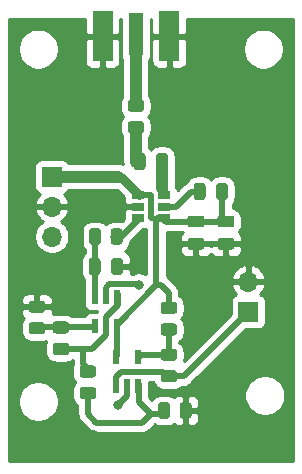
<source format=gbr>
%TF.GenerationSoftware,KiCad,Pcbnew,(5.1.9)-1*%
%TF.CreationDate,2021-03-18T19:40:28-04:00*%
%TF.ProjectId,PowerDetector,506f7765-7244-4657-9465-63746f722e6b,rev?*%
%TF.SameCoordinates,Original*%
%TF.FileFunction,Copper,L1,Top*%
%TF.FilePolarity,Positive*%
%FSLAX46Y46*%
G04 Gerber Fmt 4.6, Leading zero omitted, Abs format (unit mm)*
G04 Created by KiCad (PCBNEW (5.1.9)-1) date 2021-03-18 19:40:28*
%MOMM*%
%LPD*%
G01*
G04 APERTURE LIST*
%TA.AperFunction,SMDPad,CuDef*%
%ADD10R,0.590000X1.210000*%
%TD*%
%TA.AperFunction,SMDPad,CuDef*%
%ADD11R,1.750000X4.200000*%
%TD*%
%TA.AperFunction,SMDPad,CuDef*%
%ADD12R,1.270000X3.600000*%
%TD*%
%TA.AperFunction,SMDPad,CuDef*%
%ADD13R,1.060000X0.650000*%
%TD*%
%TA.AperFunction,ComponentPad*%
%ADD14O,1.700000X1.700000*%
%TD*%
%TA.AperFunction,ComponentPad*%
%ADD15R,1.700000X1.700000*%
%TD*%
%TA.AperFunction,ViaPad*%
%ADD16C,0.800000*%
%TD*%
%TA.AperFunction,Conductor*%
%ADD17C,0.500000*%
%TD*%
%TA.AperFunction,Conductor*%
%ADD18C,1.000000*%
%TD*%
%TA.AperFunction,Conductor*%
%ADD19C,0.750000*%
%TD*%
%TA.AperFunction,Conductor*%
%ADD20C,0.250000*%
%TD*%
%TA.AperFunction,Conductor*%
%ADD21C,0.254000*%
%TD*%
%TA.AperFunction,Conductor*%
%ADD22C,0.100000*%
%TD*%
G04 APERTURE END LIST*
D10*
%TO.P,U3,5*%
%TO.N,VCC*%
X116398000Y-102885000D03*
%TO.P,U3,4*%
%TO.N,Net-(RFB3-Pad1)*%
X118298000Y-102885000D03*
%TO.P,U3,3*%
%TO.N,Net-(Rin1-Pad2)*%
X118298000Y-105395000D03*
%TO.P,U3,2*%
%TO.N,VEE*%
X117348000Y-105395000D03*
%TO.P,U3,1*%
%TO.N,Net-(J4-Pad1)*%
X116398000Y-105395000D03*
%TD*%
%TO.P,U2,5*%
%TO.N,VCC*%
X116520000Y-100315000D03*
%TO.P,U2,4*%
%TO.N,Net-(RFB1-Pad1)*%
X114620000Y-100315000D03*
%TO.P,U2,3*%
%TO.N,Net-(C5-Pad1)*%
X114620000Y-97805000D03*
%TO.P,U2,2*%
%TO.N,VEE*%
X115570000Y-97805000D03*
%TO.P,U2,1*%
%TO.N,Net-(RFB1-Pad2)*%
X116520000Y-97805000D03*
%TD*%
D11*
%TO.P,J1,3_1*%
%TO.N,GND*%
X115285000Y-75765000D03*
%TO.P,J1,2_1*%
X120935000Y-75765000D03*
D12*
%TO.P,J1,1*%
%TO.N,Net-(J1-Pad1)*%
X118110000Y-75565000D03*
%TD*%
%TO.P,.47u1,2*%
%TO.N,Net-(.47u1-Pad2)*%
%TA.AperFunction,SMDPad,CuDef*%
G36*
G01*
X119830000Y-86835000D02*
X119830000Y-85885000D01*
G75*
G02*
X120080000Y-85635000I250000J0D01*
G01*
X120580000Y-85635000D01*
G75*
G02*
X120830000Y-85885000I0J-250000D01*
G01*
X120830000Y-86835000D01*
G75*
G02*
X120580000Y-87085000I-250000J0D01*
G01*
X120080000Y-87085000D01*
G75*
G02*
X119830000Y-86835000I0J250000D01*
G01*
G37*
%TD.AperFunction*%
%TO.P,.47u1,1*%
%TO.N,Net-(.47u1-Pad1)*%
%TA.AperFunction,SMDPad,CuDef*%
G36*
G01*
X117930000Y-86835000D02*
X117930000Y-85885000D01*
G75*
G02*
X118180000Y-85635000I250000J0D01*
G01*
X118680000Y-85635000D01*
G75*
G02*
X118930000Y-85885000I0J-250000D01*
G01*
X118930000Y-86835000D01*
G75*
G02*
X118680000Y-87085000I-250000J0D01*
G01*
X118180000Y-87085000D01*
G75*
G02*
X117930000Y-86835000I0J250000D01*
G01*
G37*
%TD.AperFunction*%
%TD*%
D13*
%TO.P,U1,5*%
%TO.N,Net-(C2-Pad1)*%
X120480000Y-90170000D03*
%TO.P,U1,6*%
%TO.N,Net-(.47u1-Pad2)*%
X120480000Y-89220000D03*
%TO.P,U1,4*%
%TO.N,VCC*%
X120480000Y-91120000D03*
%TO.P,U1,3*%
%TO.N,Net-(R2-Pad2)*%
X118280000Y-91120000D03*
%TO.P,U1,2*%
%TO.N,GND*%
X118280000Y-90170000D03*
%TO.P,U1,1*%
%TO.N,VCC*%
X118280000Y-89220000D03*
%TD*%
%TO.P,Rsh2,2*%
%TO.N,Net-(Rin1-Pad2)*%
%TA.AperFunction,SMDPad,CuDef*%
G36*
G01*
X121012000Y-106991998D02*
X121012000Y-107892002D01*
G75*
G02*
X120762002Y-108142000I-249998J0D01*
G01*
X120236998Y-108142000D01*
G75*
G02*
X119987000Y-107892002I0J249998D01*
G01*
X119987000Y-106991998D01*
G75*
G02*
X120236998Y-106742000I249998J0D01*
G01*
X120762002Y-106742000D01*
G75*
G02*
X121012000Y-106991998I0J-249998D01*
G01*
G37*
%TD.AperFunction*%
%TO.P,Rsh2,1*%
%TO.N,GND*%
%TA.AperFunction,SMDPad,CuDef*%
G36*
G01*
X122837000Y-106991998D02*
X122837000Y-107892002D01*
G75*
G02*
X122587002Y-108142000I-249998J0D01*
G01*
X122061998Y-108142000D01*
G75*
G02*
X121812000Y-107892002I0J249998D01*
G01*
X121812000Y-106991998D01*
G75*
G02*
X122061998Y-106742000I249998J0D01*
G01*
X122587002Y-106742000D01*
G75*
G02*
X122837000Y-106991998I0J-249998D01*
G01*
G37*
%TD.AperFunction*%
%TD*%
%TO.P,Rsh1,2*%
%TO.N,GND*%
%TA.AperFunction,SMDPad,CuDef*%
G36*
G01*
X110178002Y-99168000D02*
X109277998Y-99168000D01*
G75*
G02*
X109028000Y-98918002I0J249998D01*
G01*
X109028000Y-98392998D01*
G75*
G02*
X109277998Y-98143000I249998J0D01*
G01*
X110178002Y-98143000D01*
G75*
G02*
X110428000Y-98392998I0J-249998D01*
G01*
X110428000Y-98918002D01*
G75*
G02*
X110178002Y-99168000I-249998J0D01*
G01*
G37*
%TD.AperFunction*%
%TO.P,Rsh1,1*%
%TO.N,Net-(RFB1-Pad1)*%
%TA.AperFunction,SMDPad,CuDef*%
G36*
G01*
X110178002Y-100993000D02*
X109277998Y-100993000D01*
G75*
G02*
X109028000Y-100743002I0J249998D01*
G01*
X109028000Y-100217998D01*
G75*
G02*
X109277998Y-99968000I249998J0D01*
G01*
X110178002Y-99968000D01*
G75*
G02*
X110428000Y-100217998I0J-249998D01*
G01*
X110428000Y-100743002D01*
G75*
G02*
X110178002Y-100993000I-249998J0D01*
G01*
G37*
%TD.AperFunction*%
%TD*%
%TO.P,Rin1,2*%
%TO.N,Net-(Rin1-Pad2)*%
%TA.AperFunction,SMDPad,CuDef*%
G36*
G01*
X113595998Y-105452500D02*
X114496002Y-105452500D01*
G75*
G02*
X114746000Y-105702498I0J-249998D01*
G01*
X114746000Y-106227502D01*
G75*
G02*
X114496002Y-106477500I-249998J0D01*
G01*
X113595998Y-106477500D01*
G75*
G02*
X113346000Y-106227502I0J249998D01*
G01*
X113346000Y-105702498D01*
G75*
G02*
X113595998Y-105452500I249998J0D01*
G01*
G37*
%TD.AperFunction*%
%TO.P,Rin1,1*%
%TO.N,Net-(RFB1-Pad2)*%
%TA.AperFunction,SMDPad,CuDef*%
G36*
G01*
X113595998Y-103627500D02*
X114496002Y-103627500D01*
G75*
G02*
X114746000Y-103877498I0J-249998D01*
G01*
X114746000Y-104402502D01*
G75*
G02*
X114496002Y-104652500I-249998J0D01*
G01*
X113595998Y-104652500D01*
G75*
G02*
X113346000Y-104402502I0J249998D01*
G01*
X113346000Y-103877498D01*
G75*
G02*
X113595998Y-103627500I249998J0D01*
G01*
G37*
%TD.AperFunction*%
%TD*%
%TO.P,RFB4,2*%
%TO.N,Net-(RFB3-Pad1)*%
%TA.AperFunction,SMDPad,CuDef*%
G36*
G01*
X121354002Y-103232000D02*
X120453998Y-103232000D01*
G75*
G02*
X120204000Y-102982002I0J249998D01*
G01*
X120204000Y-102456998D01*
G75*
G02*
X120453998Y-102207000I249998J0D01*
G01*
X121354002Y-102207000D01*
G75*
G02*
X121604000Y-102456998I0J-249998D01*
G01*
X121604000Y-102982002D01*
G75*
G02*
X121354002Y-103232000I-249998J0D01*
G01*
G37*
%TD.AperFunction*%
%TO.P,RFB4,1*%
%TO.N,Net-(J4-Pad1)*%
%TA.AperFunction,SMDPad,CuDef*%
G36*
G01*
X121354002Y-105057000D02*
X120453998Y-105057000D01*
G75*
G02*
X120204000Y-104807002I0J249998D01*
G01*
X120204000Y-104281998D01*
G75*
G02*
X120453998Y-104032000I249998J0D01*
G01*
X121354002Y-104032000D01*
G75*
G02*
X121604000Y-104281998I0J-249998D01*
G01*
X121604000Y-104807002D01*
G75*
G02*
X121354002Y-105057000I-249998J0D01*
G01*
G37*
%TD.AperFunction*%
%TD*%
%TO.P,RFB3,2*%
%TO.N,VCC*%
%TA.AperFunction,SMDPad,CuDef*%
G36*
G01*
X121354002Y-99271500D02*
X120453998Y-99271500D01*
G75*
G02*
X120204000Y-99021502I0J249998D01*
G01*
X120204000Y-98496498D01*
G75*
G02*
X120453998Y-98246500I249998J0D01*
G01*
X121354002Y-98246500D01*
G75*
G02*
X121604000Y-98496498I0J-249998D01*
G01*
X121604000Y-99021502D01*
G75*
G02*
X121354002Y-99271500I-249998J0D01*
G01*
G37*
%TD.AperFunction*%
%TO.P,RFB3,1*%
%TO.N,Net-(RFB3-Pad1)*%
%TA.AperFunction,SMDPad,CuDef*%
G36*
G01*
X121354002Y-101096500D02*
X120453998Y-101096500D01*
G75*
G02*
X120204000Y-100846502I0J249998D01*
G01*
X120204000Y-100321498D01*
G75*
G02*
X120453998Y-100071500I249998J0D01*
G01*
X121354002Y-100071500D01*
G75*
G02*
X121604000Y-100321498I0J-249998D01*
G01*
X121604000Y-100846502D01*
G75*
G02*
X121354002Y-101096500I-249998J0D01*
G01*
G37*
%TD.AperFunction*%
%TD*%
%TO.P,RFB1,2*%
%TO.N,Net-(RFB1-Pad2)*%
%TA.AperFunction,SMDPad,CuDef*%
G36*
G01*
X111309998Y-101722500D02*
X112210002Y-101722500D01*
G75*
G02*
X112460000Y-101972498I0J-249998D01*
G01*
X112460000Y-102497502D01*
G75*
G02*
X112210002Y-102747500I-249998J0D01*
G01*
X111309998Y-102747500D01*
G75*
G02*
X111060000Y-102497502I0J249998D01*
G01*
X111060000Y-101972498D01*
G75*
G02*
X111309998Y-101722500I249998J0D01*
G01*
G37*
%TD.AperFunction*%
%TO.P,RFB1,1*%
%TO.N,Net-(RFB1-Pad1)*%
%TA.AperFunction,SMDPad,CuDef*%
G36*
G01*
X111309998Y-99897500D02*
X112210002Y-99897500D01*
G75*
G02*
X112460000Y-100147498I0J-249998D01*
G01*
X112460000Y-100672502D01*
G75*
G02*
X112210002Y-100922500I-249998J0D01*
G01*
X111309998Y-100922500D01*
G75*
G02*
X111060000Y-100672502I0J249998D01*
G01*
X111060000Y-100147498D01*
G75*
G02*
X111309998Y-99897500I249998J0D01*
G01*
G37*
%TD.AperFunction*%
%TD*%
%TO.P,R4,2*%
%TO.N,Net-(J1-Pad1)*%
%TA.AperFunction,SMDPad,CuDef*%
G36*
G01*
X118560002Y-82150000D02*
X117659998Y-82150000D01*
G75*
G02*
X117410000Y-81900002I0J249998D01*
G01*
X117410000Y-81374998D01*
G75*
G02*
X117659998Y-81125000I249998J0D01*
G01*
X118560002Y-81125000D01*
G75*
G02*
X118810000Y-81374998I0J-249998D01*
G01*
X118810000Y-81900002D01*
G75*
G02*
X118560002Y-82150000I-249998J0D01*
G01*
G37*
%TD.AperFunction*%
%TO.P,R4,1*%
%TO.N,Net-(.47u1-Pad1)*%
%TA.AperFunction,SMDPad,CuDef*%
G36*
G01*
X118560002Y-83975000D02*
X117659998Y-83975000D01*
G75*
G02*
X117410000Y-83725002I0J249998D01*
G01*
X117410000Y-83199998D01*
G75*
G02*
X117659998Y-82950000I249998J0D01*
G01*
X118560002Y-82950000D01*
G75*
G02*
X118810000Y-83199998I0J-249998D01*
G01*
X118810000Y-83725002D01*
G75*
G02*
X118560002Y-83975000I-249998J0D01*
G01*
G37*
%TD.AperFunction*%
%TD*%
%TO.P,R2,2*%
%TO.N,Net-(R2-Pad2)*%
%TA.AperFunction,SMDPad,CuDef*%
G36*
G01*
X115970000Y-93160002D02*
X115970000Y-92259998D01*
G75*
G02*
X116219998Y-92010000I249998J0D01*
G01*
X116745002Y-92010000D01*
G75*
G02*
X116995000Y-92259998I0J-249998D01*
G01*
X116995000Y-93160002D01*
G75*
G02*
X116745002Y-93410000I-249998J0D01*
G01*
X116219998Y-93410000D01*
G75*
G02*
X115970000Y-93160002I0J249998D01*
G01*
G37*
%TD.AperFunction*%
%TO.P,R2,1*%
%TO.N,Net-(C5-Pad1)*%
%TA.AperFunction,SMDPad,CuDef*%
G36*
G01*
X114145000Y-93160002D02*
X114145000Y-92259998D01*
G75*
G02*
X114394998Y-92010000I249998J0D01*
G01*
X114920002Y-92010000D01*
G75*
G02*
X115170000Y-92259998I0J-249998D01*
G01*
X115170000Y-93160002D01*
G75*
G02*
X114920002Y-93410000I-249998J0D01*
G01*
X114394998Y-93410000D01*
G75*
G02*
X114145000Y-93160002I0J249998D01*
G01*
G37*
%TD.AperFunction*%
%TD*%
D14*
%TO.P,J4,2*%
%TO.N,GND*%
X127635000Y-96520000D03*
D15*
%TO.P,J4,1*%
%TO.N,Net-(J4-Pad1)*%
X127635000Y-99060000D03*
%TD*%
D14*
%TO.P,J2,3*%
%TO.N,VEE*%
X110998000Y-92710000D03*
%TO.P,J2,2*%
%TO.N,GND*%
X110998000Y-90170000D03*
D15*
%TO.P,J2,1*%
%TO.N,VCC*%
X110998000Y-87630000D03*
%TD*%
%TO.P,C5,2*%
%TO.N,GND*%
%TA.AperFunction,SMDPad,CuDef*%
G36*
G01*
X116020000Y-95725000D02*
X116020000Y-94775000D01*
G75*
G02*
X116270000Y-94525000I250000J0D01*
G01*
X116770000Y-94525000D01*
G75*
G02*
X117020000Y-94775000I0J-250000D01*
G01*
X117020000Y-95725000D01*
G75*
G02*
X116770000Y-95975000I-250000J0D01*
G01*
X116270000Y-95975000D01*
G75*
G02*
X116020000Y-95725000I0J250000D01*
G01*
G37*
%TD.AperFunction*%
%TO.P,C5,1*%
%TO.N,Net-(C5-Pad1)*%
%TA.AperFunction,SMDPad,CuDef*%
G36*
G01*
X114120000Y-95725000D02*
X114120000Y-94775000D01*
G75*
G02*
X114370000Y-94525000I250000J0D01*
G01*
X114870000Y-94525000D01*
G75*
G02*
X115120000Y-94775000I0J-250000D01*
G01*
X115120000Y-95725000D01*
G75*
G02*
X114870000Y-95975000I-250000J0D01*
G01*
X114370000Y-95975000D01*
G75*
G02*
X114120000Y-95725000I0J250000D01*
G01*
G37*
%TD.AperFunction*%
%TD*%
%TO.P,C4,2*%
%TO.N,GND*%
%TA.AperFunction,SMDPad,CuDef*%
G36*
G01*
X122715000Y-92840000D02*
X123665000Y-92840000D01*
G75*
G02*
X123915000Y-93090000I0J-250000D01*
G01*
X123915000Y-93590000D01*
G75*
G02*
X123665000Y-93840000I-250000J0D01*
G01*
X122715000Y-93840000D01*
G75*
G02*
X122465000Y-93590000I0J250000D01*
G01*
X122465000Y-93090000D01*
G75*
G02*
X122715000Y-92840000I250000J0D01*
G01*
G37*
%TD.AperFunction*%
%TO.P,C4,1*%
%TO.N,VCC*%
%TA.AperFunction,SMDPad,CuDef*%
G36*
G01*
X122715000Y-90940000D02*
X123665000Y-90940000D01*
G75*
G02*
X123915000Y-91190000I0J-250000D01*
G01*
X123915000Y-91690000D01*
G75*
G02*
X123665000Y-91940000I-250000J0D01*
G01*
X122715000Y-91940000D01*
G75*
G02*
X122465000Y-91690000I0J250000D01*
G01*
X122465000Y-91190000D01*
G75*
G02*
X122715000Y-90940000I250000J0D01*
G01*
G37*
%TD.AperFunction*%
%TD*%
%TO.P,C3,2*%
%TO.N,GND*%
%TA.AperFunction,SMDPad,CuDef*%
G36*
G01*
X125255000Y-92840000D02*
X126205000Y-92840000D01*
G75*
G02*
X126455000Y-93090000I0J-250000D01*
G01*
X126455000Y-93590000D01*
G75*
G02*
X126205000Y-93840000I-250000J0D01*
G01*
X125255000Y-93840000D01*
G75*
G02*
X125005000Y-93590000I0J250000D01*
G01*
X125005000Y-93090000D01*
G75*
G02*
X125255000Y-92840000I250000J0D01*
G01*
G37*
%TD.AperFunction*%
%TO.P,C3,1*%
%TO.N,VCC*%
%TA.AperFunction,SMDPad,CuDef*%
G36*
G01*
X125255000Y-90940000D02*
X126205000Y-90940000D01*
G75*
G02*
X126455000Y-91190000I0J-250000D01*
G01*
X126455000Y-91690000D01*
G75*
G02*
X126205000Y-91940000I-250000J0D01*
G01*
X125255000Y-91940000D01*
G75*
G02*
X125005000Y-91690000I0J250000D01*
G01*
X125005000Y-91190000D01*
G75*
G02*
X125255000Y-90940000I250000J0D01*
G01*
G37*
%TD.AperFunction*%
%TD*%
%TO.P,C2,2*%
%TO.N,VCC*%
%TA.AperFunction,SMDPad,CuDef*%
G36*
G01*
X124910000Y-89375000D02*
X124910000Y-88425000D01*
G75*
G02*
X125160000Y-88175000I250000J0D01*
G01*
X125660000Y-88175000D01*
G75*
G02*
X125910000Y-88425000I0J-250000D01*
G01*
X125910000Y-89375000D01*
G75*
G02*
X125660000Y-89625000I-250000J0D01*
G01*
X125160000Y-89625000D01*
G75*
G02*
X124910000Y-89375000I0J250000D01*
G01*
G37*
%TD.AperFunction*%
%TO.P,C2,1*%
%TO.N,Net-(C2-Pad1)*%
%TA.AperFunction,SMDPad,CuDef*%
G36*
G01*
X123010000Y-89375000D02*
X123010000Y-88425000D01*
G75*
G02*
X123260000Y-88175000I250000J0D01*
G01*
X123760000Y-88175000D01*
G75*
G02*
X124010000Y-88425000I0J-250000D01*
G01*
X124010000Y-89375000D01*
G75*
G02*
X123760000Y-89625000I-250000J0D01*
G01*
X123260000Y-89625000D01*
G75*
G02*
X123010000Y-89375000I0J250000D01*
G01*
G37*
%TD.AperFunction*%
%TD*%
D16*
%TO.N,GND*%
X118237000Y-93472000D03*
X108564877Y-79473550D03*
X108564877Y-83473550D03*
X108564877Y-87473550D03*
X108564877Y-91473550D03*
X108564877Y-95473550D03*
X108564877Y-102473550D03*
X108564877Y-109473550D03*
X110564877Y-81473550D03*
X111564877Y-84473550D03*
X111564877Y-96473550D03*
X111564877Y-110473550D03*
X112564877Y-75473550D03*
X112564877Y-79473550D03*
X112564877Y-107473550D03*
X113564877Y-82473550D03*
X113564877Y-89473550D03*
X114564877Y-85473550D03*
X114564877Y-109473550D03*
X115564877Y-80473550D03*
X117564877Y-110473550D03*
X119564877Y-79473550D03*
X120564877Y-82473550D03*
X120564877Y-109473550D03*
X121564877Y-95473550D03*
X122564877Y-80473550D03*
X122564877Y-84473550D03*
X123564877Y-75473550D03*
X123564877Y-105473550D03*
X123564877Y-110473550D03*
X124564877Y-78473550D03*
X124564877Y-82473550D03*
X124564877Y-86473550D03*
X124564877Y-96473550D03*
X125564877Y-103473550D03*
X125564877Y-107473550D03*
X126564877Y-80473550D03*
X126564877Y-84473550D03*
X127564877Y-87473550D03*
X127564877Y-91473550D03*
X127564877Y-101473550D03*
X127564877Y-109473550D03*
X128564877Y-82473550D03*
X128564877Y-94473550D03*
X129564877Y-79473550D03*
X129564877Y-85473550D03*
X129564877Y-89473550D03*
X129564877Y-103473550D03*
%TO.N,VEE*%
X116586000Y-106934000D03*
X118364000Y-96774000D03*
%TD*%
D17*
%TO.N,VCC*%
X125410000Y-88900000D02*
X125410000Y-91120000D01*
X125410000Y-91120000D02*
X125090000Y-91440000D01*
X125090000Y-91440000D02*
X120650000Y-91440000D01*
X120480000Y-91270000D02*
X120650000Y-91440000D01*
X120480000Y-91120000D02*
X120480000Y-91270000D01*
X116520000Y-100315000D02*
X116520000Y-102804000D01*
X119830998Y-91186000D02*
X119830998Y-96831002D01*
X119830998Y-96831002D02*
X116586000Y-100076000D01*
X119896998Y-91120000D02*
X119830998Y-91186000D01*
X120480000Y-91120000D02*
X119896998Y-91120000D01*
D18*
X110998000Y-87630000D02*
X116595001Y-87630000D01*
D19*
X116595001Y-87630000D02*
X116840000Y-87630000D01*
X116840000Y-87630000D02*
X118364000Y-89154000D01*
D17*
X119830998Y-96831002D02*
X120251002Y-96831002D01*
X120251002Y-96831002D02*
X120890000Y-97470000D01*
X120890000Y-97470000D02*
X120890000Y-98790000D01*
X119420000Y-91180000D02*
X119830998Y-91186000D01*
X119420000Y-89230000D02*
X119420000Y-91180000D01*
X118995002Y-89220000D02*
X119420000Y-89230000D01*
X118280000Y-89220000D02*
X118995002Y-89220000D01*
%TO.N,Net-(C2-Pad1)*%
X121510000Y-90170000D02*
X122780000Y-88900000D01*
X120480000Y-90170000D02*
X121510000Y-90170000D01*
X122780000Y-88900000D02*
X123190000Y-88900000D01*
%TO.N,GND*%
X118280000Y-90170000D02*
X116205000Y-90170000D01*
%TO.N,Net-(C5-Pad1)*%
X114657500Y-92710000D02*
X114657500Y-95527500D01*
X114620000Y-95250000D02*
X114620000Y-97470000D01*
D18*
%TO.N,Net-(J1-Pad1)*%
X118110000Y-76200000D02*
X118110000Y-81280000D01*
D17*
%TO.N,VEE*%
X117348000Y-106172000D02*
X116586000Y-106934000D01*
X117348000Y-105395000D02*
X117348000Y-106172000D01*
X115864999Y-96749999D02*
X115570000Y-97044998D01*
X118339999Y-96749999D02*
X115864999Y-96749999D01*
X118364000Y-96774000D02*
X118339999Y-96749999D01*
X115570000Y-97044998D02*
X115570000Y-97790000D01*
%TO.N,Net-(J4-Pad1)*%
X116398000Y-104595002D02*
X116853002Y-104140000D01*
X116398000Y-105395000D02*
X116398000Y-104595002D01*
X116853002Y-104140000D02*
X120396000Y-104140000D01*
X120396000Y-104140000D02*
X120904000Y-104648000D01*
X120904000Y-104544500D02*
X122150500Y-104544500D01*
X122150500Y-104544500D02*
X127635000Y-99060000D01*
%TO.N,Net-(R2-Pad2)*%
X118280000Y-91120000D02*
X118280000Y-91270000D01*
X118280000Y-91270000D02*
X116840000Y-92710000D01*
X116840000Y-92710000D02*
X116205000Y-92710000D01*
%TO.N,Net-(RFB1-Pad2)*%
X115570000Y-99515002D02*
X116586000Y-98499002D01*
X115570000Y-101075002D02*
X115570000Y-99515002D01*
X114410002Y-102235000D02*
X115570000Y-101075002D01*
X116586000Y-98499002D02*
X116586000Y-97536000D01*
X113665000Y-102235000D02*
X113665000Y-103505000D01*
X111760000Y-102235000D02*
X113665000Y-102235000D01*
X113665000Y-102235000D02*
X114410002Y-102235000D01*
X113665000Y-103505000D02*
X114300000Y-104140000D01*
%TO.N,Net-(RFB1-Pad1)*%
X109497500Y-100330000D02*
X114300000Y-100330000D01*
D20*
X114300000Y-100330000D02*
X114570000Y-100330000D01*
X114570000Y-100330000D02*
X114640000Y-100260000D01*
D17*
%TO.N,Net-(RFB3-Pad1)*%
X120904000Y-102719500D02*
X118514500Y-102719500D01*
X118514500Y-102719500D02*
X118364000Y-102870000D01*
X120904000Y-102719500D02*
X120904000Y-100584000D01*
%TO.N,Net-(Rin1-Pad2)*%
X118364000Y-106680000D02*
X118364000Y-105156000D01*
X118364000Y-106680000D02*
X119380000Y-107696000D01*
X119380000Y-107696000D02*
X120650000Y-107696000D01*
X114046000Y-105965000D02*
X114046000Y-107734549D01*
X114046000Y-107734549D02*
X114769451Y-108458000D01*
X118618000Y-108458000D02*
X119380000Y-107696000D01*
X114769451Y-108458000D02*
X118618000Y-108458000D01*
D18*
%TO.N,Net-(.47u1-Pad2)*%
X120330000Y-86360000D02*
X120330000Y-88580000D01*
D17*
X120330000Y-88580000D02*
X120650000Y-88900000D01*
D18*
%TO.N,Net-(.47u1-Pad1)*%
X118110000Y-83462500D02*
X118110000Y-86360000D01*
%TD*%
D21*
%TO.N,GND*%
X113775000Y-75479250D02*
X113933750Y-75638000D01*
X115158000Y-75638000D01*
X115158000Y-75618000D01*
X115412000Y-75618000D01*
X115412000Y-75638000D01*
X116636250Y-75638000D01*
X116795000Y-75479250D01*
X116796963Y-74320000D01*
X116836928Y-74320000D01*
X116836928Y-77365000D01*
X116849188Y-77489482D01*
X116885498Y-77609180D01*
X116944463Y-77719494D01*
X116975000Y-77756704D01*
X116975001Y-80816538D01*
X116921595Y-80881613D01*
X116839528Y-81035148D01*
X116788992Y-81201744D01*
X116771928Y-81374998D01*
X116771928Y-81900002D01*
X116788992Y-82073256D01*
X116839528Y-82239852D01*
X116921595Y-82393387D01*
X117032038Y-82527962D01*
X117058891Y-82550000D01*
X117032038Y-82572038D01*
X116921595Y-82706613D01*
X116839528Y-82860148D01*
X116788992Y-83026744D01*
X116771928Y-83199998D01*
X116771928Y-83725002D01*
X116788992Y-83898256D01*
X116839528Y-84064852D01*
X116921595Y-84218387D01*
X116975000Y-84283461D01*
X116975001Y-86415752D01*
X116989564Y-86563619D01*
X116817500Y-86511423D01*
X116650753Y-86495000D01*
X112415683Y-86495000D01*
X112378537Y-86425506D01*
X112299185Y-86328815D01*
X112202494Y-86249463D01*
X112092180Y-86190498D01*
X111972482Y-86154188D01*
X111848000Y-86141928D01*
X110148000Y-86141928D01*
X110023518Y-86154188D01*
X109903820Y-86190498D01*
X109793506Y-86249463D01*
X109696815Y-86328815D01*
X109617463Y-86425506D01*
X109558498Y-86535820D01*
X109522188Y-86655518D01*
X109509928Y-86780000D01*
X109509928Y-88480000D01*
X109522188Y-88604482D01*
X109558498Y-88724180D01*
X109617463Y-88834494D01*
X109696815Y-88931185D01*
X109793506Y-89010537D01*
X109903820Y-89069502D01*
X109984466Y-89093966D01*
X109900412Y-89169731D01*
X109726359Y-89403080D01*
X109601175Y-89665901D01*
X109556524Y-89813110D01*
X109677845Y-90043000D01*
X110871000Y-90043000D01*
X110871000Y-90023000D01*
X111125000Y-90023000D01*
X111125000Y-90043000D01*
X112318155Y-90043000D01*
X112439476Y-89813110D01*
X112394825Y-89665901D01*
X112269641Y-89403080D01*
X112095588Y-89169731D01*
X112011534Y-89093966D01*
X112092180Y-89069502D01*
X112202494Y-89010537D01*
X112299185Y-88931185D01*
X112378537Y-88834494D01*
X112415683Y-88765000D01*
X116546645Y-88765000D01*
X117111928Y-89330284D01*
X117111928Y-89545000D01*
X117124188Y-89669482D01*
X117131929Y-89695000D01*
X117124188Y-89720518D01*
X117111928Y-89845000D01*
X117115000Y-89884250D01*
X117273750Y-90043000D01*
X117355859Y-90043000D01*
X117395506Y-90075537D01*
X117505820Y-90134502D01*
X117622841Y-90170000D01*
X117505820Y-90205498D01*
X117395506Y-90264463D01*
X117355859Y-90297000D01*
X117273750Y-90297000D01*
X117115000Y-90455750D01*
X117111928Y-90495000D01*
X117124188Y-90619482D01*
X117131929Y-90645000D01*
X117124188Y-90670518D01*
X117111928Y-90795000D01*
X117111928Y-91186493D01*
X116910221Y-91388201D01*
X116745002Y-91371928D01*
X116219998Y-91371928D01*
X116046744Y-91388992D01*
X115880148Y-91439528D01*
X115726613Y-91521595D01*
X115592038Y-91632038D01*
X115570000Y-91658891D01*
X115547962Y-91632038D01*
X115413387Y-91521595D01*
X115259852Y-91439528D01*
X115093256Y-91388992D01*
X114920002Y-91371928D01*
X114394998Y-91371928D01*
X114221744Y-91388992D01*
X114055148Y-91439528D01*
X113901613Y-91521595D01*
X113767038Y-91632038D01*
X113656595Y-91766613D01*
X113574528Y-91920148D01*
X113523992Y-92086744D01*
X113506928Y-92259998D01*
X113506928Y-93160002D01*
X113523992Y-93333256D01*
X113574528Y-93499852D01*
X113656595Y-93653387D01*
X113767038Y-93787962D01*
X113772500Y-93792445D01*
X113772501Y-94122038D01*
X113742038Y-94147038D01*
X113631595Y-94281614D01*
X113549528Y-94435150D01*
X113498992Y-94601746D01*
X113481928Y-94775000D01*
X113481928Y-95725000D01*
X113498992Y-95898254D01*
X113549528Y-96064850D01*
X113631595Y-96218386D01*
X113735000Y-96344387D01*
X113735001Y-96957459D01*
X113699188Y-97075518D01*
X113686928Y-97200000D01*
X113686928Y-98410000D01*
X113699188Y-98534482D01*
X113735498Y-98654180D01*
X113794463Y-98764494D01*
X113873815Y-98861185D01*
X113970506Y-98940537D01*
X114080820Y-98999502D01*
X114200518Y-99035812D01*
X114325000Y-99048072D01*
X114816089Y-99048072D01*
X114803338Y-99071928D01*
X114325000Y-99071928D01*
X114200518Y-99084188D01*
X114080820Y-99120498D01*
X113970506Y-99179463D01*
X113873815Y-99258815D01*
X113794463Y-99355506D01*
X113746627Y-99445000D01*
X112747137Y-99445000D01*
X112703387Y-99409095D01*
X112549852Y-99327028D01*
X112383256Y-99276492D01*
X112210002Y-99259428D01*
X111309998Y-99259428D01*
X111136744Y-99276492D01*
X111050749Y-99302578D01*
X111053812Y-99292482D01*
X111066072Y-99168000D01*
X111063000Y-98941250D01*
X110904250Y-98782500D01*
X109855000Y-98782500D01*
X109855000Y-98802500D01*
X109601000Y-98802500D01*
X109601000Y-98782500D01*
X108551750Y-98782500D01*
X108393000Y-98941250D01*
X108389928Y-99168000D01*
X108402188Y-99292482D01*
X108438498Y-99412180D01*
X108497463Y-99522494D01*
X108576815Y-99619185D01*
X108606276Y-99643363D01*
X108539595Y-99724613D01*
X108457528Y-99878148D01*
X108406992Y-100044744D01*
X108389928Y-100217998D01*
X108389928Y-100743002D01*
X108406992Y-100916256D01*
X108457528Y-101082852D01*
X108539595Y-101236387D01*
X108650038Y-101370962D01*
X108784613Y-101481405D01*
X108938148Y-101563472D01*
X109104744Y-101614008D01*
X109277998Y-101631072D01*
X110178002Y-101631072D01*
X110351256Y-101614008D01*
X110517852Y-101563472D01*
X110529964Y-101556998D01*
X110489528Y-101632648D01*
X110438992Y-101799244D01*
X110421928Y-101972498D01*
X110421928Y-102497502D01*
X110438992Y-102670756D01*
X110489528Y-102837352D01*
X110571595Y-102990887D01*
X110682038Y-103125462D01*
X110816613Y-103235905D01*
X110970148Y-103317972D01*
X111136744Y-103368508D01*
X111309998Y-103385572D01*
X112210002Y-103385572D01*
X112383256Y-103368508D01*
X112549852Y-103317972D01*
X112703387Y-103235905D01*
X112780001Y-103173030D01*
X112780001Y-103461522D01*
X112775719Y-103505000D01*
X112778404Y-103532267D01*
X112775528Y-103537648D01*
X112724992Y-103704244D01*
X112707928Y-103877498D01*
X112707928Y-104402502D01*
X112724992Y-104575756D01*
X112775528Y-104742352D01*
X112857595Y-104895887D01*
X112968038Y-105030462D01*
X112994891Y-105052500D01*
X112968038Y-105074538D01*
X112857595Y-105209113D01*
X112775528Y-105362648D01*
X112724992Y-105529244D01*
X112707928Y-105702498D01*
X112707928Y-106227502D01*
X112724992Y-106400756D01*
X112775528Y-106567352D01*
X112857595Y-106720887D01*
X112968038Y-106855462D01*
X113102613Y-106965905D01*
X113161001Y-106997114D01*
X113161001Y-107691070D01*
X113156719Y-107734549D01*
X113173805Y-107908039D01*
X113224412Y-108074862D01*
X113306590Y-108228608D01*
X113389468Y-108329595D01*
X113389471Y-108329598D01*
X113417184Y-108363366D01*
X113450951Y-108391078D01*
X114112921Y-109053049D01*
X114140634Y-109086817D01*
X114174402Y-109114530D01*
X114174404Y-109114532D01*
X114245903Y-109173210D01*
X114275392Y-109197411D01*
X114429138Y-109279589D01*
X114595961Y-109330195D01*
X114725974Y-109343000D01*
X114725984Y-109343000D01*
X114769450Y-109347281D01*
X114812916Y-109343000D01*
X118574531Y-109343000D01*
X118618000Y-109347281D01*
X118661469Y-109343000D01*
X118661477Y-109343000D01*
X118791490Y-109330195D01*
X118958313Y-109279589D01*
X119112059Y-109197411D01*
X119246817Y-109086817D01*
X119274534Y-109053044D01*
X119718106Y-108609472D01*
X119743613Y-108630405D01*
X119897148Y-108712472D01*
X120063744Y-108763008D01*
X120236998Y-108780072D01*
X120762002Y-108780072D01*
X120935256Y-108763008D01*
X121101852Y-108712472D01*
X121255387Y-108630405D01*
X121336637Y-108563724D01*
X121360815Y-108593185D01*
X121457506Y-108672537D01*
X121567820Y-108731502D01*
X121687518Y-108767812D01*
X121812000Y-108780072D01*
X122038750Y-108777000D01*
X122197500Y-108618250D01*
X122197500Y-107569000D01*
X122451500Y-107569000D01*
X122451500Y-108618250D01*
X122610250Y-108777000D01*
X122837000Y-108780072D01*
X122961482Y-108767812D01*
X123081180Y-108731502D01*
X123191494Y-108672537D01*
X123288185Y-108593185D01*
X123367537Y-108496494D01*
X123426502Y-108386180D01*
X123462812Y-108266482D01*
X123475072Y-108142000D01*
X123472000Y-107727750D01*
X123313250Y-107569000D01*
X122451500Y-107569000D01*
X122197500Y-107569000D01*
X122177500Y-107569000D01*
X122177500Y-107315000D01*
X122197500Y-107315000D01*
X122197500Y-106265750D01*
X122451500Y-106265750D01*
X122451500Y-107315000D01*
X123313250Y-107315000D01*
X123472000Y-107156250D01*
X123475072Y-106742000D01*
X123462812Y-106617518D01*
X123426502Y-106497820D01*
X123367537Y-106387506D01*
X123288185Y-106290815D01*
X123191494Y-106211463D01*
X123081180Y-106152498D01*
X122961482Y-106116188D01*
X122837000Y-106103928D01*
X122610250Y-106107000D01*
X122451500Y-106265750D01*
X122197500Y-106265750D01*
X122038750Y-106107000D01*
X121812000Y-106103928D01*
X121687518Y-106116188D01*
X121567820Y-106152498D01*
X121457506Y-106211463D01*
X121360815Y-106290815D01*
X121336637Y-106320276D01*
X121255387Y-106253595D01*
X121101852Y-106171528D01*
X120935256Y-106120992D01*
X120762002Y-106103928D01*
X120236998Y-106103928D01*
X120063744Y-106120992D01*
X119897148Y-106171528D01*
X119743613Y-106253595D01*
X119609038Y-106364038D01*
X119498595Y-106498613D01*
X119476161Y-106540583D01*
X119249000Y-106313422D01*
X119249000Y-106001117D01*
X127297000Y-106001117D01*
X127297000Y-106342883D01*
X127363675Y-106678081D01*
X127494463Y-106993831D01*
X127684337Y-107277998D01*
X127926002Y-107519663D01*
X128210169Y-107709537D01*
X128525919Y-107840325D01*
X128861117Y-107907000D01*
X129202883Y-107907000D01*
X129538081Y-107840325D01*
X129853831Y-107709537D01*
X130137998Y-107519663D01*
X130379663Y-107277998D01*
X130569537Y-106993831D01*
X130700325Y-106678081D01*
X130767000Y-106342883D01*
X130767000Y-106001117D01*
X130700325Y-105665919D01*
X130569537Y-105350169D01*
X130379663Y-105066002D01*
X130137998Y-104824337D01*
X129853831Y-104634463D01*
X129538081Y-104503675D01*
X129202883Y-104437000D01*
X128861117Y-104437000D01*
X128525919Y-104503675D01*
X128210169Y-104634463D01*
X127926002Y-104824337D01*
X127684337Y-105066002D01*
X127494463Y-105350169D01*
X127363675Y-105665919D01*
X127297000Y-106001117D01*
X119249000Y-106001117D01*
X119249000Y-105112523D01*
X119240380Y-105025000D01*
X119596565Y-105025000D01*
X119633528Y-105146852D01*
X119715595Y-105300387D01*
X119826038Y-105434962D01*
X119960613Y-105545405D01*
X120114148Y-105627472D01*
X120280744Y-105678008D01*
X120453998Y-105695072D01*
X121354002Y-105695072D01*
X121527256Y-105678008D01*
X121693852Y-105627472D01*
X121847387Y-105545405D01*
X121981962Y-105434962D01*
X121986445Y-105429500D01*
X122107031Y-105429500D01*
X122150500Y-105433781D01*
X122193969Y-105429500D01*
X122193977Y-105429500D01*
X122323990Y-105416695D01*
X122490813Y-105366089D01*
X122644559Y-105283911D01*
X122779317Y-105173317D01*
X122807034Y-105139544D01*
X127398507Y-100548072D01*
X128485000Y-100548072D01*
X128609482Y-100535812D01*
X128729180Y-100499502D01*
X128839494Y-100440537D01*
X128936185Y-100361185D01*
X129015537Y-100264494D01*
X129074502Y-100154180D01*
X129110812Y-100034482D01*
X129123072Y-99910000D01*
X129123072Y-98210000D01*
X129110812Y-98085518D01*
X129074502Y-97965820D01*
X129015537Y-97855506D01*
X128936185Y-97758815D01*
X128839494Y-97679463D01*
X128729180Y-97620498D01*
X128648534Y-97596034D01*
X128732588Y-97520269D01*
X128906641Y-97286920D01*
X129031825Y-97024099D01*
X129076476Y-96876890D01*
X128955155Y-96647000D01*
X127762000Y-96647000D01*
X127762000Y-96667000D01*
X127508000Y-96667000D01*
X127508000Y-96647000D01*
X126314845Y-96647000D01*
X126193524Y-96876890D01*
X126238175Y-97024099D01*
X126363359Y-97286920D01*
X126537412Y-97520269D01*
X126621466Y-97596034D01*
X126540820Y-97620498D01*
X126430506Y-97679463D01*
X126333815Y-97758815D01*
X126254463Y-97855506D01*
X126195498Y-97965820D01*
X126159188Y-98085518D01*
X126146928Y-98210000D01*
X126146928Y-99296493D01*
X122197507Y-103245915D01*
X122225008Y-103155256D01*
X122242072Y-102982002D01*
X122242072Y-102456998D01*
X122225008Y-102283744D01*
X122174472Y-102117148D01*
X122092405Y-101963613D01*
X121981962Y-101829038D01*
X121847387Y-101718595D01*
X121789000Y-101687386D01*
X121789000Y-101616114D01*
X121847387Y-101584905D01*
X121981962Y-101474462D01*
X122092405Y-101339887D01*
X122174472Y-101186352D01*
X122225008Y-101019756D01*
X122242072Y-100846502D01*
X122242072Y-100321498D01*
X122225008Y-100148244D01*
X122174472Y-99981648D01*
X122092405Y-99828113D01*
X121981962Y-99693538D01*
X121955109Y-99671500D01*
X121981962Y-99649462D01*
X122092405Y-99514887D01*
X122174472Y-99361352D01*
X122225008Y-99194756D01*
X122242072Y-99021502D01*
X122242072Y-98496498D01*
X122225008Y-98323244D01*
X122174472Y-98156648D01*
X122092405Y-98003113D01*
X121981962Y-97868538D01*
X121847387Y-97758095D01*
X121775000Y-97719403D01*
X121775000Y-97513469D01*
X121779281Y-97470000D01*
X121775000Y-97426531D01*
X121775000Y-97426523D01*
X121762195Y-97296510D01*
X121724217Y-97171315D01*
X121711589Y-97129686D01*
X121629411Y-96975941D01*
X121546532Y-96874953D01*
X121546530Y-96874951D01*
X121518817Y-96841183D01*
X121485050Y-96813471D01*
X120907536Y-96235958D01*
X120879819Y-96202185D01*
X120832207Y-96163110D01*
X126193524Y-96163110D01*
X126314845Y-96393000D01*
X127508000Y-96393000D01*
X127508000Y-95199186D01*
X127762000Y-95199186D01*
X127762000Y-96393000D01*
X128955155Y-96393000D01*
X129076476Y-96163110D01*
X129031825Y-96015901D01*
X128906641Y-95753080D01*
X128732588Y-95519731D01*
X128516355Y-95324822D01*
X128266252Y-95175843D01*
X127991891Y-95078519D01*
X127762000Y-95199186D01*
X127508000Y-95199186D01*
X127278109Y-95078519D01*
X127003748Y-95175843D01*
X126753645Y-95324822D01*
X126537412Y-95519731D01*
X126363359Y-95753080D01*
X126238175Y-96015901D01*
X126193524Y-96163110D01*
X120832207Y-96163110D01*
X120745061Y-96091591D01*
X120715998Y-96076057D01*
X120715998Y-93840000D01*
X121826928Y-93840000D01*
X121839188Y-93964482D01*
X121875498Y-94084180D01*
X121934463Y-94194494D01*
X122013815Y-94291185D01*
X122110506Y-94370537D01*
X122220820Y-94429502D01*
X122340518Y-94465812D01*
X122465000Y-94478072D01*
X122904250Y-94475000D01*
X123063000Y-94316250D01*
X123063000Y-93467000D01*
X123317000Y-93467000D01*
X123317000Y-94316250D01*
X123475750Y-94475000D01*
X123915000Y-94478072D01*
X124039482Y-94465812D01*
X124159180Y-94429502D01*
X124269494Y-94370537D01*
X124366185Y-94291185D01*
X124445537Y-94194494D01*
X124460000Y-94167436D01*
X124474463Y-94194494D01*
X124553815Y-94291185D01*
X124650506Y-94370537D01*
X124760820Y-94429502D01*
X124880518Y-94465812D01*
X125005000Y-94478072D01*
X125444250Y-94475000D01*
X125603000Y-94316250D01*
X125603000Y-93467000D01*
X125857000Y-93467000D01*
X125857000Y-94316250D01*
X126015750Y-94475000D01*
X126455000Y-94478072D01*
X126579482Y-94465812D01*
X126699180Y-94429502D01*
X126809494Y-94370537D01*
X126906185Y-94291185D01*
X126985537Y-94194494D01*
X127044502Y-94084180D01*
X127080812Y-93964482D01*
X127093072Y-93840000D01*
X127090000Y-93625750D01*
X126931250Y-93467000D01*
X125857000Y-93467000D01*
X125603000Y-93467000D01*
X124528750Y-93467000D01*
X124460000Y-93535750D01*
X124391250Y-93467000D01*
X123317000Y-93467000D01*
X123063000Y-93467000D01*
X121988750Y-93467000D01*
X121830000Y-93625750D01*
X121826928Y-93840000D01*
X120715998Y-93840000D01*
X120715998Y-92325000D01*
X122091574Y-92325000D01*
X122013815Y-92388815D01*
X121934463Y-92485506D01*
X121875498Y-92595820D01*
X121839188Y-92715518D01*
X121826928Y-92840000D01*
X121830000Y-93054250D01*
X121988750Y-93213000D01*
X123063000Y-93213000D01*
X123063000Y-93193000D01*
X123317000Y-93193000D01*
X123317000Y-93213000D01*
X124391250Y-93213000D01*
X124460000Y-93144250D01*
X124528750Y-93213000D01*
X125603000Y-93213000D01*
X125603000Y-93193000D01*
X125857000Y-93193000D01*
X125857000Y-93213000D01*
X126931250Y-93213000D01*
X127090000Y-93054250D01*
X127093072Y-92840000D01*
X127080812Y-92715518D01*
X127044502Y-92595820D01*
X126985537Y-92485506D01*
X126906185Y-92388815D01*
X126826406Y-92323342D01*
X126832962Y-92317962D01*
X126943405Y-92183386D01*
X127025472Y-92029850D01*
X127076008Y-91863254D01*
X127093072Y-91690000D01*
X127093072Y-91190000D01*
X127076008Y-91016746D01*
X127025472Y-90850150D01*
X126943405Y-90696614D01*
X126832962Y-90562038D01*
X126698386Y-90451595D01*
X126544850Y-90369528D01*
X126378254Y-90318992D01*
X126295000Y-90310792D01*
X126295000Y-89994386D01*
X126398405Y-89868386D01*
X126480472Y-89714850D01*
X126531008Y-89548254D01*
X126548072Y-89375000D01*
X126548072Y-88425000D01*
X126531008Y-88251746D01*
X126480472Y-88085150D01*
X126398405Y-87931614D01*
X126287962Y-87797038D01*
X126153386Y-87686595D01*
X125999850Y-87604528D01*
X125833254Y-87553992D01*
X125660000Y-87536928D01*
X125160000Y-87536928D01*
X124986746Y-87553992D01*
X124820150Y-87604528D01*
X124666614Y-87686595D01*
X124532038Y-87797038D01*
X124460000Y-87884817D01*
X124387962Y-87797038D01*
X124253386Y-87686595D01*
X124099850Y-87604528D01*
X123933254Y-87553992D01*
X123760000Y-87536928D01*
X123260000Y-87536928D01*
X123086746Y-87553992D01*
X122920150Y-87604528D01*
X122766614Y-87686595D01*
X122632038Y-87797038D01*
X122521595Y-87931614D01*
X122443796Y-88077164D01*
X122439687Y-88078411D01*
X122285941Y-88160589D01*
X122285939Y-88160590D01*
X122285940Y-88160590D01*
X122184953Y-88243468D01*
X122184951Y-88243470D01*
X122151183Y-88271183D01*
X122123470Y-88304951D01*
X121637793Y-88790629D01*
X121635812Y-88770518D01*
X121599502Y-88650820D01*
X121540537Y-88540506D01*
X121465000Y-88448464D01*
X121465000Y-86866191D01*
X121468072Y-86835000D01*
X121468072Y-85885000D01*
X121451008Y-85711746D01*
X121400472Y-85545150D01*
X121318405Y-85391614D01*
X121207962Y-85257038D01*
X121073386Y-85146595D01*
X120919850Y-85064528D01*
X120753254Y-85013992D01*
X120580000Y-84996928D01*
X120080000Y-84996928D01*
X119906746Y-85013992D01*
X119740150Y-85064528D01*
X119586614Y-85146595D01*
X119452038Y-85257038D01*
X119380000Y-85344817D01*
X119307962Y-85257038D01*
X119245000Y-85205367D01*
X119245000Y-84283461D01*
X119298405Y-84218387D01*
X119380472Y-84064852D01*
X119431008Y-83898256D01*
X119448072Y-83725002D01*
X119448072Y-83199998D01*
X119431008Y-83026744D01*
X119380472Y-82860148D01*
X119298405Y-82706613D01*
X119187962Y-82572038D01*
X119161109Y-82550000D01*
X119187962Y-82527962D01*
X119298405Y-82393387D01*
X119380472Y-82239852D01*
X119431008Y-82073256D01*
X119448072Y-81900002D01*
X119448072Y-81374998D01*
X119431008Y-81201744D01*
X119380472Y-81035148D01*
X119298405Y-80881613D01*
X119245000Y-80816539D01*
X119245000Y-77865000D01*
X119421928Y-77865000D01*
X119434188Y-77989482D01*
X119470498Y-78109180D01*
X119529463Y-78219494D01*
X119608815Y-78316185D01*
X119705506Y-78395537D01*
X119815820Y-78454502D01*
X119935518Y-78490812D01*
X120060000Y-78503072D01*
X120649250Y-78500000D01*
X120808000Y-78341250D01*
X120808000Y-75892000D01*
X121062000Y-75892000D01*
X121062000Y-78341250D01*
X121220750Y-78500000D01*
X121810000Y-78503072D01*
X121934482Y-78490812D01*
X122054180Y-78454502D01*
X122164494Y-78395537D01*
X122261185Y-78316185D01*
X122340537Y-78219494D01*
X122399502Y-78109180D01*
X122435812Y-77989482D01*
X122448072Y-77865000D01*
X122446039Y-76664117D01*
X127170000Y-76664117D01*
X127170000Y-77005883D01*
X127236675Y-77341081D01*
X127367463Y-77656831D01*
X127557337Y-77940998D01*
X127799002Y-78182663D01*
X128083169Y-78372537D01*
X128398919Y-78503325D01*
X128734117Y-78570000D01*
X129075883Y-78570000D01*
X129411081Y-78503325D01*
X129726831Y-78372537D01*
X130010998Y-78182663D01*
X130252663Y-77940998D01*
X130442537Y-77656831D01*
X130573325Y-77341081D01*
X130640000Y-77005883D01*
X130640000Y-76664117D01*
X130573325Y-76328919D01*
X130442537Y-76013169D01*
X130252663Y-75729002D01*
X130010998Y-75487337D01*
X129726831Y-75297463D01*
X129411081Y-75166675D01*
X129075883Y-75100000D01*
X128734117Y-75100000D01*
X128398919Y-75166675D01*
X128083169Y-75297463D01*
X127799002Y-75487337D01*
X127557337Y-75729002D01*
X127367463Y-76013169D01*
X127236675Y-76328919D01*
X127170000Y-76664117D01*
X122446039Y-76664117D01*
X122445000Y-76050750D01*
X122286250Y-75892000D01*
X121062000Y-75892000D01*
X120808000Y-75892000D01*
X119583750Y-75892000D01*
X119425000Y-76050750D01*
X119421928Y-77865000D01*
X119245000Y-77865000D01*
X119245000Y-77756704D01*
X119275537Y-77719494D01*
X119334502Y-77609180D01*
X119370812Y-77489482D01*
X119383072Y-77365000D01*
X119383072Y-74320000D01*
X119423037Y-74320000D01*
X119425000Y-75479250D01*
X119583750Y-75638000D01*
X120808000Y-75638000D01*
X120808000Y-75618000D01*
X121062000Y-75618000D01*
X121062000Y-75638000D01*
X122286250Y-75638000D01*
X122445000Y-75479250D01*
X122446963Y-74320000D01*
X131420001Y-74320000D01*
X131420000Y-111735000D01*
X107340000Y-111735000D01*
X107340000Y-106509117D01*
X108120000Y-106509117D01*
X108120000Y-106850883D01*
X108186675Y-107186081D01*
X108317463Y-107501831D01*
X108507337Y-107785998D01*
X108749002Y-108027663D01*
X109033169Y-108217537D01*
X109348919Y-108348325D01*
X109684117Y-108415000D01*
X110025883Y-108415000D01*
X110361081Y-108348325D01*
X110676831Y-108217537D01*
X110960998Y-108027663D01*
X111202663Y-107785998D01*
X111392537Y-107501831D01*
X111523325Y-107186081D01*
X111590000Y-106850883D01*
X111590000Y-106509117D01*
X111523325Y-106173919D01*
X111392537Y-105858169D01*
X111202663Y-105574002D01*
X110960998Y-105332337D01*
X110676831Y-105142463D01*
X110361081Y-105011675D01*
X110025883Y-104945000D01*
X109684117Y-104945000D01*
X109348919Y-105011675D01*
X109033169Y-105142463D01*
X108749002Y-105332337D01*
X108507337Y-105574002D01*
X108317463Y-105858169D01*
X108186675Y-106173919D01*
X108120000Y-106509117D01*
X107340000Y-106509117D01*
X107340000Y-98143000D01*
X108389928Y-98143000D01*
X108393000Y-98369750D01*
X108551750Y-98528500D01*
X109601000Y-98528500D01*
X109601000Y-97666750D01*
X109855000Y-97666750D01*
X109855000Y-98528500D01*
X110904250Y-98528500D01*
X111063000Y-98369750D01*
X111066072Y-98143000D01*
X111053812Y-98018518D01*
X111017502Y-97898820D01*
X110958537Y-97788506D01*
X110879185Y-97691815D01*
X110782494Y-97612463D01*
X110672180Y-97553498D01*
X110552482Y-97517188D01*
X110428000Y-97504928D01*
X110013750Y-97508000D01*
X109855000Y-97666750D01*
X109601000Y-97666750D01*
X109442250Y-97508000D01*
X109028000Y-97504928D01*
X108903518Y-97517188D01*
X108783820Y-97553498D01*
X108673506Y-97612463D01*
X108576815Y-97691815D01*
X108497463Y-97788506D01*
X108438498Y-97898820D01*
X108402188Y-98018518D01*
X108389928Y-98143000D01*
X107340000Y-98143000D01*
X107340000Y-92563740D01*
X109513000Y-92563740D01*
X109513000Y-92856260D01*
X109570068Y-93143158D01*
X109682010Y-93413411D01*
X109844525Y-93656632D01*
X110051368Y-93863475D01*
X110294589Y-94025990D01*
X110564842Y-94137932D01*
X110851740Y-94195000D01*
X111144260Y-94195000D01*
X111431158Y-94137932D01*
X111701411Y-94025990D01*
X111944632Y-93863475D01*
X112151475Y-93656632D01*
X112313990Y-93413411D01*
X112425932Y-93143158D01*
X112483000Y-92856260D01*
X112483000Y-92563740D01*
X112425932Y-92276842D01*
X112313990Y-92006589D01*
X112151475Y-91763368D01*
X111944632Y-91556525D01*
X111762466Y-91434805D01*
X111879355Y-91365178D01*
X112095588Y-91170269D01*
X112269641Y-90936920D01*
X112394825Y-90674099D01*
X112439476Y-90526890D01*
X112318155Y-90297000D01*
X111125000Y-90297000D01*
X111125000Y-90317000D01*
X110871000Y-90317000D01*
X110871000Y-90297000D01*
X109677845Y-90297000D01*
X109556524Y-90526890D01*
X109601175Y-90674099D01*
X109726359Y-90936920D01*
X109900412Y-91170269D01*
X110116645Y-91365178D01*
X110233534Y-91434805D01*
X110051368Y-91556525D01*
X109844525Y-91763368D01*
X109682010Y-92006589D01*
X109570068Y-92276842D01*
X109513000Y-92563740D01*
X107340000Y-92563740D01*
X107340000Y-76664117D01*
X108120000Y-76664117D01*
X108120000Y-77005883D01*
X108186675Y-77341081D01*
X108317463Y-77656831D01*
X108507337Y-77940998D01*
X108749002Y-78182663D01*
X109033169Y-78372537D01*
X109348919Y-78503325D01*
X109684117Y-78570000D01*
X110025883Y-78570000D01*
X110361081Y-78503325D01*
X110676831Y-78372537D01*
X110960998Y-78182663D01*
X111202663Y-77940998D01*
X111253443Y-77865000D01*
X113771928Y-77865000D01*
X113784188Y-77989482D01*
X113820498Y-78109180D01*
X113879463Y-78219494D01*
X113958815Y-78316185D01*
X114055506Y-78395537D01*
X114165820Y-78454502D01*
X114285518Y-78490812D01*
X114410000Y-78503072D01*
X114999250Y-78500000D01*
X115158000Y-78341250D01*
X115158000Y-75892000D01*
X115412000Y-75892000D01*
X115412000Y-78341250D01*
X115570750Y-78500000D01*
X116160000Y-78503072D01*
X116284482Y-78490812D01*
X116404180Y-78454502D01*
X116514494Y-78395537D01*
X116611185Y-78316185D01*
X116690537Y-78219494D01*
X116749502Y-78109180D01*
X116785812Y-77989482D01*
X116798072Y-77865000D01*
X116795000Y-76050750D01*
X116636250Y-75892000D01*
X115412000Y-75892000D01*
X115158000Y-75892000D01*
X113933750Y-75892000D01*
X113775000Y-76050750D01*
X113771928Y-77865000D01*
X111253443Y-77865000D01*
X111392537Y-77656831D01*
X111523325Y-77341081D01*
X111590000Y-77005883D01*
X111590000Y-76664117D01*
X111523325Y-76328919D01*
X111392537Y-76013169D01*
X111202663Y-75729002D01*
X110960998Y-75487337D01*
X110676831Y-75297463D01*
X110361081Y-75166675D01*
X110025883Y-75100000D01*
X109684117Y-75100000D01*
X109348919Y-75166675D01*
X109033169Y-75297463D01*
X108749002Y-75487337D01*
X108507337Y-75729002D01*
X108317463Y-76013169D01*
X108186675Y-76328919D01*
X108120000Y-76664117D01*
X107340000Y-76664117D01*
X107340000Y-74320000D01*
X113773037Y-74320000D01*
X113775000Y-75479250D01*
%TA.AperFunction,Conductor*%
D22*
G36*
X113775000Y-75479250D02*
G01*
X113933750Y-75638000D01*
X115158000Y-75638000D01*
X115158000Y-75618000D01*
X115412000Y-75618000D01*
X115412000Y-75638000D01*
X116636250Y-75638000D01*
X116795000Y-75479250D01*
X116796963Y-74320000D01*
X116836928Y-74320000D01*
X116836928Y-77365000D01*
X116849188Y-77489482D01*
X116885498Y-77609180D01*
X116944463Y-77719494D01*
X116975000Y-77756704D01*
X116975001Y-80816538D01*
X116921595Y-80881613D01*
X116839528Y-81035148D01*
X116788992Y-81201744D01*
X116771928Y-81374998D01*
X116771928Y-81900002D01*
X116788992Y-82073256D01*
X116839528Y-82239852D01*
X116921595Y-82393387D01*
X117032038Y-82527962D01*
X117058891Y-82550000D01*
X117032038Y-82572038D01*
X116921595Y-82706613D01*
X116839528Y-82860148D01*
X116788992Y-83026744D01*
X116771928Y-83199998D01*
X116771928Y-83725002D01*
X116788992Y-83898256D01*
X116839528Y-84064852D01*
X116921595Y-84218387D01*
X116975000Y-84283461D01*
X116975001Y-86415752D01*
X116989564Y-86563619D01*
X116817500Y-86511423D01*
X116650753Y-86495000D01*
X112415683Y-86495000D01*
X112378537Y-86425506D01*
X112299185Y-86328815D01*
X112202494Y-86249463D01*
X112092180Y-86190498D01*
X111972482Y-86154188D01*
X111848000Y-86141928D01*
X110148000Y-86141928D01*
X110023518Y-86154188D01*
X109903820Y-86190498D01*
X109793506Y-86249463D01*
X109696815Y-86328815D01*
X109617463Y-86425506D01*
X109558498Y-86535820D01*
X109522188Y-86655518D01*
X109509928Y-86780000D01*
X109509928Y-88480000D01*
X109522188Y-88604482D01*
X109558498Y-88724180D01*
X109617463Y-88834494D01*
X109696815Y-88931185D01*
X109793506Y-89010537D01*
X109903820Y-89069502D01*
X109984466Y-89093966D01*
X109900412Y-89169731D01*
X109726359Y-89403080D01*
X109601175Y-89665901D01*
X109556524Y-89813110D01*
X109677845Y-90043000D01*
X110871000Y-90043000D01*
X110871000Y-90023000D01*
X111125000Y-90023000D01*
X111125000Y-90043000D01*
X112318155Y-90043000D01*
X112439476Y-89813110D01*
X112394825Y-89665901D01*
X112269641Y-89403080D01*
X112095588Y-89169731D01*
X112011534Y-89093966D01*
X112092180Y-89069502D01*
X112202494Y-89010537D01*
X112299185Y-88931185D01*
X112378537Y-88834494D01*
X112415683Y-88765000D01*
X116546645Y-88765000D01*
X117111928Y-89330284D01*
X117111928Y-89545000D01*
X117124188Y-89669482D01*
X117131929Y-89695000D01*
X117124188Y-89720518D01*
X117111928Y-89845000D01*
X117115000Y-89884250D01*
X117273750Y-90043000D01*
X117355859Y-90043000D01*
X117395506Y-90075537D01*
X117505820Y-90134502D01*
X117622841Y-90170000D01*
X117505820Y-90205498D01*
X117395506Y-90264463D01*
X117355859Y-90297000D01*
X117273750Y-90297000D01*
X117115000Y-90455750D01*
X117111928Y-90495000D01*
X117124188Y-90619482D01*
X117131929Y-90645000D01*
X117124188Y-90670518D01*
X117111928Y-90795000D01*
X117111928Y-91186493D01*
X116910221Y-91388201D01*
X116745002Y-91371928D01*
X116219998Y-91371928D01*
X116046744Y-91388992D01*
X115880148Y-91439528D01*
X115726613Y-91521595D01*
X115592038Y-91632038D01*
X115570000Y-91658891D01*
X115547962Y-91632038D01*
X115413387Y-91521595D01*
X115259852Y-91439528D01*
X115093256Y-91388992D01*
X114920002Y-91371928D01*
X114394998Y-91371928D01*
X114221744Y-91388992D01*
X114055148Y-91439528D01*
X113901613Y-91521595D01*
X113767038Y-91632038D01*
X113656595Y-91766613D01*
X113574528Y-91920148D01*
X113523992Y-92086744D01*
X113506928Y-92259998D01*
X113506928Y-93160002D01*
X113523992Y-93333256D01*
X113574528Y-93499852D01*
X113656595Y-93653387D01*
X113767038Y-93787962D01*
X113772500Y-93792445D01*
X113772501Y-94122038D01*
X113742038Y-94147038D01*
X113631595Y-94281614D01*
X113549528Y-94435150D01*
X113498992Y-94601746D01*
X113481928Y-94775000D01*
X113481928Y-95725000D01*
X113498992Y-95898254D01*
X113549528Y-96064850D01*
X113631595Y-96218386D01*
X113735000Y-96344387D01*
X113735001Y-96957459D01*
X113699188Y-97075518D01*
X113686928Y-97200000D01*
X113686928Y-98410000D01*
X113699188Y-98534482D01*
X113735498Y-98654180D01*
X113794463Y-98764494D01*
X113873815Y-98861185D01*
X113970506Y-98940537D01*
X114080820Y-98999502D01*
X114200518Y-99035812D01*
X114325000Y-99048072D01*
X114816089Y-99048072D01*
X114803338Y-99071928D01*
X114325000Y-99071928D01*
X114200518Y-99084188D01*
X114080820Y-99120498D01*
X113970506Y-99179463D01*
X113873815Y-99258815D01*
X113794463Y-99355506D01*
X113746627Y-99445000D01*
X112747137Y-99445000D01*
X112703387Y-99409095D01*
X112549852Y-99327028D01*
X112383256Y-99276492D01*
X112210002Y-99259428D01*
X111309998Y-99259428D01*
X111136744Y-99276492D01*
X111050749Y-99302578D01*
X111053812Y-99292482D01*
X111066072Y-99168000D01*
X111063000Y-98941250D01*
X110904250Y-98782500D01*
X109855000Y-98782500D01*
X109855000Y-98802500D01*
X109601000Y-98802500D01*
X109601000Y-98782500D01*
X108551750Y-98782500D01*
X108393000Y-98941250D01*
X108389928Y-99168000D01*
X108402188Y-99292482D01*
X108438498Y-99412180D01*
X108497463Y-99522494D01*
X108576815Y-99619185D01*
X108606276Y-99643363D01*
X108539595Y-99724613D01*
X108457528Y-99878148D01*
X108406992Y-100044744D01*
X108389928Y-100217998D01*
X108389928Y-100743002D01*
X108406992Y-100916256D01*
X108457528Y-101082852D01*
X108539595Y-101236387D01*
X108650038Y-101370962D01*
X108784613Y-101481405D01*
X108938148Y-101563472D01*
X109104744Y-101614008D01*
X109277998Y-101631072D01*
X110178002Y-101631072D01*
X110351256Y-101614008D01*
X110517852Y-101563472D01*
X110529964Y-101556998D01*
X110489528Y-101632648D01*
X110438992Y-101799244D01*
X110421928Y-101972498D01*
X110421928Y-102497502D01*
X110438992Y-102670756D01*
X110489528Y-102837352D01*
X110571595Y-102990887D01*
X110682038Y-103125462D01*
X110816613Y-103235905D01*
X110970148Y-103317972D01*
X111136744Y-103368508D01*
X111309998Y-103385572D01*
X112210002Y-103385572D01*
X112383256Y-103368508D01*
X112549852Y-103317972D01*
X112703387Y-103235905D01*
X112780001Y-103173030D01*
X112780001Y-103461522D01*
X112775719Y-103505000D01*
X112778404Y-103532267D01*
X112775528Y-103537648D01*
X112724992Y-103704244D01*
X112707928Y-103877498D01*
X112707928Y-104402502D01*
X112724992Y-104575756D01*
X112775528Y-104742352D01*
X112857595Y-104895887D01*
X112968038Y-105030462D01*
X112994891Y-105052500D01*
X112968038Y-105074538D01*
X112857595Y-105209113D01*
X112775528Y-105362648D01*
X112724992Y-105529244D01*
X112707928Y-105702498D01*
X112707928Y-106227502D01*
X112724992Y-106400756D01*
X112775528Y-106567352D01*
X112857595Y-106720887D01*
X112968038Y-106855462D01*
X113102613Y-106965905D01*
X113161001Y-106997114D01*
X113161001Y-107691070D01*
X113156719Y-107734549D01*
X113173805Y-107908039D01*
X113224412Y-108074862D01*
X113306590Y-108228608D01*
X113389468Y-108329595D01*
X113389471Y-108329598D01*
X113417184Y-108363366D01*
X113450951Y-108391078D01*
X114112921Y-109053049D01*
X114140634Y-109086817D01*
X114174402Y-109114530D01*
X114174404Y-109114532D01*
X114245903Y-109173210D01*
X114275392Y-109197411D01*
X114429138Y-109279589D01*
X114595961Y-109330195D01*
X114725974Y-109343000D01*
X114725984Y-109343000D01*
X114769450Y-109347281D01*
X114812916Y-109343000D01*
X118574531Y-109343000D01*
X118618000Y-109347281D01*
X118661469Y-109343000D01*
X118661477Y-109343000D01*
X118791490Y-109330195D01*
X118958313Y-109279589D01*
X119112059Y-109197411D01*
X119246817Y-109086817D01*
X119274534Y-109053044D01*
X119718106Y-108609472D01*
X119743613Y-108630405D01*
X119897148Y-108712472D01*
X120063744Y-108763008D01*
X120236998Y-108780072D01*
X120762002Y-108780072D01*
X120935256Y-108763008D01*
X121101852Y-108712472D01*
X121255387Y-108630405D01*
X121336637Y-108563724D01*
X121360815Y-108593185D01*
X121457506Y-108672537D01*
X121567820Y-108731502D01*
X121687518Y-108767812D01*
X121812000Y-108780072D01*
X122038750Y-108777000D01*
X122197500Y-108618250D01*
X122197500Y-107569000D01*
X122451500Y-107569000D01*
X122451500Y-108618250D01*
X122610250Y-108777000D01*
X122837000Y-108780072D01*
X122961482Y-108767812D01*
X123081180Y-108731502D01*
X123191494Y-108672537D01*
X123288185Y-108593185D01*
X123367537Y-108496494D01*
X123426502Y-108386180D01*
X123462812Y-108266482D01*
X123475072Y-108142000D01*
X123472000Y-107727750D01*
X123313250Y-107569000D01*
X122451500Y-107569000D01*
X122197500Y-107569000D01*
X122177500Y-107569000D01*
X122177500Y-107315000D01*
X122197500Y-107315000D01*
X122197500Y-106265750D01*
X122451500Y-106265750D01*
X122451500Y-107315000D01*
X123313250Y-107315000D01*
X123472000Y-107156250D01*
X123475072Y-106742000D01*
X123462812Y-106617518D01*
X123426502Y-106497820D01*
X123367537Y-106387506D01*
X123288185Y-106290815D01*
X123191494Y-106211463D01*
X123081180Y-106152498D01*
X122961482Y-106116188D01*
X122837000Y-106103928D01*
X122610250Y-106107000D01*
X122451500Y-106265750D01*
X122197500Y-106265750D01*
X122038750Y-106107000D01*
X121812000Y-106103928D01*
X121687518Y-106116188D01*
X121567820Y-106152498D01*
X121457506Y-106211463D01*
X121360815Y-106290815D01*
X121336637Y-106320276D01*
X121255387Y-106253595D01*
X121101852Y-106171528D01*
X120935256Y-106120992D01*
X120762002Y-106103928D01*
X120236998Y-106103928D01*
X120063744Y-106120992D01*
X119897148Y-106171528D01*
X119743613Y-106253595D01*
X119609038Y-106364038D01*
X119498595Y-106498613D01*
X119476161Y-106540583D01*
X119249000Y-106313422D01*
X119249000Y-106001117D01*
X127297000Y-106001117D01*
X127297000Y-106342883D01*
X127363675Y-106678081D01*
X127494463Y-106993831D01*
X127684337Y-107277998D01*
X127926002Y-107519663D01*
X128210169Y-107709537D01*
X128525919Y-107840325D01*
X128861117Y-107907000D01*
X129202883Y-107907000D01*
X129538081Y-107840325D01*
X129853831Y-107709537D01*
X130137998Y-107519663D01*
X130379663Y-107277998D01*
X130569537Y-106993831D01*
X130700325Y-106678081D01*
X130767000Y-106342883D01*
X130767000Y-106001117D01*
X130700325Y-105665919D01*
X130569537Y-105350169D01*
X130379663Y-105066002D01*
X130137998Y-104824337D01*
X129853831Y-104634463D01*
X129538081Y-104503675D01*
X129202883Y-104437000D01*
X128861117Y-104437000D01*
X128525919Y-104503675D01*
X128210169Y-104634463D01*
X127926002Y-104824337D01*
X127684337Y-105066002D01*
X127494463Y-105350169D01*
X127363675Y-105665919D01*
X127297000Y-106001117D01*
X119249000Y-106001117D01*
X119249000Y-105112523D01*
X119240380Y-105025000D01*
X119596565Y-105025000D01*
X119633528Y-105146852D01*
X119715595Y-105300387D01*
X119826038Y-105434962D01*
X119960613Y-105545405D01*
X120114148Y-105627472D01*
X120280744Y-105678008D01*
X120453998Y-105695072D01*
X121354002Y-105695072D01*
X121527256Y-105678008D01*
X121693852Y-105627472D01*
X121847387Y-105545405D01*
X121981962Y-105434962D01*
X121986445Y-105429500D01*
X122107031Y-105429500D01*
X122150500Y-105433781D01*
X122193969Y-105429500D01*
X122193977Y-105429500D01*
X122323990Y-105416695D01*
X122490813Y-105366089D01*
X122644559Y-105283911D01*
X122779317Y-105173317D01*
X122807034Y-105139544D01*
X127398507Y-100548072D01*
X128485000Y-100548072D01*
X128609482Y-100535812D01*
X128729180Y-100499502D01*
X128839494Y-100440537D01*
X128936185Y-100361185D01*
X129015537Y-100264494D01*
X129074502Y-100154180D01*
X129110812Y-100034482D01*
X129123072Y-99910000D01*
X129123072Y-98210000D01*
X129110812Y-98085518D01*
X129074502Y-97965820D01*
X129015537Y-97855506D01*
X128936185Y-97758815D01*
X128839494Y-97679463D01*
X128729180Y-97620498D01*
X128648534Y-97596034D01*
X128732588Y-97520269D01*
X128906641Y-97286920D01*
X129031825Y-97024099D01*
X129076476Y-96876890D01*
X128955155Y-96647000D01*
X127762000Y-96647000D01*
X127762000Y-96667000D01*
X127508000Y-96667000D01*
X127508000Y-96647000D01*
X126314845Y-96647000D01*
X126193524Y-96876890D01*
X126238175Y-97024099D01*
X126363359Y-97286920D01*
X126537412Y-97520269D01*
X126621466Y-97596034D01*
X126540820Y-97620498D01*
X126430506Y-97679463D01*
X126333815Y-97758815D01*
X126254463Y-97855506D01*
X126195498Y-97965820D01*
X126159188Y-98085518D01*
X126146928Y-98210000D01*
X126146928Y-99296493D01*
X122197507Y-103245915D01*
X122225008Y-103155256D01*
X122242072Y-102982002D01*
X122242072Y-102456998D01*
X122225008Y-102283744D01*
X122174472Y-102117148D01*
X122092405Y-101963613D01*
X121981962Y-101829038D01*
X121847387Y-101718595D01*
X121789000Y-101687386D01*
X121789000Y-101616114D01*
X121847387Y-101584905D01*
X121981962Y-101474462D01*
X122092405Y-101339887D01*
X122174472Y-101186352D01*
X122225008Y-101019756D01*
X122242072Y-100846502D01*
X122242072Y-100321498D01*
X122225008Y-100148244D01*
X122174472Y-99981648D01*
X122092405Y-99828113D01*
X121981962Y-99693538D01*
X121955109Y-99671500D01*
X121981962Y-99649462D01*
X122092405Y-99514887D01*
X122174472Y-99361352D01*
X122225008Y-99194756D01*
X122242072Y-99021502D01*
X122242072Y-98496498D01*
X122225008Y-98323244D01*
X122174472Y-98156648D01*
X122092405Y-98003113D01*
X121981962Y-97868538D01*
X121847387Y-97758095D01*
X121775000Y-97719403D01*
X121775000Y-97513469D01*
X121779281Y-97470000D01*
X121775000Y-97426531D01*
X121775000Y-97426523D01*
X121762195Y-97296510D01*
X121724217Y-97171315D01*
X121711589Y-97129686D01*
X121629411Y-96975941D01*
X121546532Y-96874953D01*
X121546530Y-96874951D01*
X121518817Y-96841183D01*
X121485050Y-96813471D01*
X120907536Y-96235958D01*
X120879819Y-96202185D01*
X120832207Y-96163110D01*
X126193524Y-96163110D01*
X126314845Y-96393000D01*
X127508000Y-96393000D01*
X127508000Y-95199186D01*
X127762000Y-95199186D01*
X127762000Y-96393000D01*
X128955155Y-96393000D01*
X129076476Y-96163110D01*
X129031825Y-96015901D01*
X128906641Y-95753080D01*
X128732588Y-95519731D01*
X128516355Y-95324822D01*
X128266252Y-95175843D01*
X127991891Y-95078519D01*
X127762000Y-95199186D01*
X127508000Y-95199186D01*
X127278109Y-95078519D01*
X127003748Y-95175843D01*
X126753645Y-95324822D01*
X126537412Y-95519731D01*
X126363359Y-95753080D01*
X126238175Y-96015901D01*
X126193524Y-96163110D01*
X120832207Y-96163110D01*
X120745061Y-96091591D01*
X120715998Y-96076057D01*
X120715998Y-93840000D01*
X121826928Y-93840000D01*
X121839188Y-93964482D01*
X121875498Y-94084180D01*
X121934463Y-94194494D01*
X122013815Y-94291185D01*
X122110506Y-94370537D01*
X122220820Y-94429502D01*
X122340518Y-94465812D01*
X122465000Y-94478072D01*
X122904250Y-94475000D01*
X123063000Y-94316250D01*
X123063000Y-93467000D01*
X123317000Y-93467000D01*
X123317000Y-94316250D01*
X123475750Y-94475000D01*
X123915000Y-94478072D01*
X124039482Y-94465812D01*
X124159180Y-94429502D01*
X124269494Y-94370537D01*
X124366185Y-94291185D01*
X124445537Y-94194494D01*
X124460000Y-94167436D01*
X124474463Y-94194494D01*
X124553815Y-94291185D01*
X124650506Y-94370537D01*
X124760820Y-94429502D01*
X124880518Y-94465812D01*
X125005000Y-94478072D01*
X125444250Y-94475000D01*
X125603000Y-94316250D01*
X125603000Y-93467000D01*
X125857000Y-93467000D01*
X125857000Y-94316250D01*
X126015750Y-94475000D01*
X126455000Y-94478072D01*
X126579482Y-94465812D01*
X126699180Y-94429502D01*
X126809494Y-94370537D01*
X126906185Y-94291185D01*
X126985537Y-94194494D01*
X127044502Y-94084180D01*
X127080812Y-93964482D01*
X127093072Y-93840000D01*
X127090000Y-93625750D01*
X126931250Y-93467000D01*
X125857000Y-93467000D01*
X125603000Y-93467000D01*
X124528750Y-93467000D01*
X124460000Y-93535750D01*
X124391250Y-93467000D01*
X123317000Y-93467000D01*
X123063000Y-93467000D01*
X121988750Y-93467000D01*
X121830000Y-93625750D01*
X121826928Y-93840000D01*
X120715998Y-93840000D01*
X120715998Y-92325000D01*
X122091574Y-92325000D01*
X122013815Y-92388815D01*
X121934463Y-92485506D01*
X121875498Y-92595820D01*
X121839188Y-92715518D01*
X121826928Y-92840000D01*
X121830000Y-93054250D01*
X121988750Y-93213000D01*
X123063000Y-93213000D01*
X123063000Y-93193000D01*
X123317000Y-93193000D01*
X123317000Y-93213000D01*
X124391250Y-93213000D01*
X124460000Y-93144250D01*
X124528750Y-93213000D01*
X125603000Y-93213000D01*
X125603000Y-93193000D01*
X125857000Y-93193000D01*
X125857000Y-93213000D01*
X126931250Y-93213000D01*
X127090000Y-93054250D01*
X127093072Y-92840000D01*
X127080812Y-92715518D01*
X127044502Y-92595820D01*
X126985537Y-92485506D01*
X126906185Y-92388815D01*
X126826406Y-92323342D01*
X126832962Y-92317962D01*
X126943405Y-92183386D01*
X127025472Y-92029850D01*
X127076008Y-91863254D01*
X127093072Y-91690000D01*
X127093072Y-91190000D01*
X127076008Y-91016746D01*
X127025472Y-90850150D01*
X126943405Y-90696614D01*
X126832962Y-90562038D01*
X126698386Y-90451595D01*
X126544850Y-90369528D01*
X126378254Y-90318992D01*
X126295000Y-90310792D01*
X126295000Y-89994386D01*
X126398405Y-89868386D01*
X126480472Y-89714850D01*
X126531008Y-89548254D01*
X126548072Y-89375000D01*
X126548072Y-88425000D01*
X126531008Y-88251746D01*
X126480472Y-88085150D01*
X126398405Y-87931614D01*
X126287962Y-87797038D01*
X126153386Y-87686595D01*
X125999850Y-87604528D01*
X125833254Y-87553992D01*
X125660000Y-87536928D01*
X125160000Y-87536928D01*
X124986746Y-87553992D01*
X124820150Y-87604528D01*
X124666614Y-87686595D01*
X124532038Y-87797038D01*
X124460000Y-87884817D01*
X124387962Y-87797038D01*
X124253386Y-87686595D01*
X124099850Y-87604528D01*
X123933254Y-87553992D01*
X123760000Y-87536928D01*
X123260000Y-87536928D01*
X123086746Y-87553992D01*
X122920150Y-87604528D01*
X122766614Y-87686595D01*
X122632038Y-87797038D01*
X122521595Y-87931614D01*
X122443796Y-88077164D01*
X122439687Y-88078411D01*
X122285941Y-88160589D01*
X122285939Y-88160590D01*
X122285940Y-88160590D01*
X122184953Y-88243468D01*
X122184951Y-88243470D01*
X122151183Y-88271183D01*
X122123470Y-88304951D01*
X121637793Y-88790629D01*
X121635812Y-88770518D01*
X121599502Y-88650820D01*
X121540537Y-88540506D01*
X121465000Y-88448464D01*
X121465000Y-86866191D01*
X121468072Y-86835000D01*
X121468072Y-85885000D01*
X121451008Y-85711746D01*
X121400472Y-85545150D01*
X121318405Y-85391614D01*
X121207962Y-85257038D01*
X121073386Y-85146595D01*
X120919850Y-85064528D01*
X120753254Y-85013992D01*
X120580000Y-84996928D01*
X120080000Y-84996928D01*
X119906746Y-85013992D01*
X119740150Y-85064528D01*
X119586614Y-85146595D01*
X119452038Y-85257038D01*
X119380000Y-85344817D01*
X119307962Y-85257038D01*
X119245000Y-85205367D01*
X119245000Y-84283461D01*
X119298405Y-84218387D01*
X119380472Y-84064852D01*
X119431008Y-83898256D01*
X119448072Y-83725002D01*
X119448072Y-83199998D01*
X119431008Y-83026744D01*
X119380472Y-82860148D01*
X119298405Y-82706613D01*
X119187962Y-82572038D01*
X119161109Y-82550000D01*
X119187962Y-82527962D01*
X119298405Y-82393387D01*
X119380472Y-82239852D01*
X119431008Y-82073256D01*
X119448072Y-81900002D01*
X119448072Y-81374998D01*
X119431008Y-81201744D01*
X119380472Y-81035148D01*
X119298405Y-80881613D01*
X119245000Y-80816539D01*
X119245000Y-77865000D01*
X119421928Y-77865000D01*
X119434188Y-77989482D01*
X119470498Y-78109180D01*
X119529463Y-78219494D01*
X119608815Y-78316185D01*
X119705506Y-78395537D01*
X119815820Y-78454502D01*
X119935518Y-78490812D01*
X120060000Y-78503072D01*
X120649250Y-78500000D01*
X120808000Y-78341250D01*
X120808000Y-75892000D01*
X121062000Y-75892000D01*
X121062000Y-78341250D01*
X121220750Y-78500000D01*
X121810000Y-78503072D01*
X121934482Y-78490812D01*
X122054180Y-78454502D01*
X122164494Y-78395537D01*
X122261185Y-78316185D01*
X122340537Y-78219494D01*
X122399502Y-78109180D01*
X122435812Y-77989482D01*
X122448072Y-77865000D01*
X122446039Y-76664117D01*
X127170000Y-76664117D01*
X127170000Y-77005883D01*
X127236675Y-77341081D01*
X127367463Y-77656831D01*
X127557337Y-77940998D01*
X127799002Y-78182663D01*
X128083169Y-78372537D01*
X128398919Y-78503325D01*
X128734117Y-78570000D01*
X129075883Y-78570000D01*
X129411081Y-78503325D01*
X129726831Y-78372537D01*
X130010998Y-78182663D01*
X130252663Y-77940998D01*
X130442537Y-77656831D01*
X130573325Y-77341081D01*
X130640000Y-77005883D01*
X130640000Y-76664117D01*
X130573325Y-76328919D01*
X130442537Y-76013169D01*
X130252663Y-75729002D01*
X130010998Y-75487337D01*
X129726831Y-75297463D01*
X129411081Y-75166675D01*
X129075883Y-75100000D01*
X128734117Y-75100000D01*
X128398919Y-75166675D01*
X128083169Y-75297463D01*
X127799002Y-75487337D01*
X127557337Y-75729002D01*
X127367463Y-76013169D01*
X127236675Y-76328919D01*
X127170000Y-76664117D01*
X122446039Y-76664117D01*
X122445000Y-76050750D01*
X122286250Y-75892000D01*
X121062000Y-75892000D01*
X120808000Y-75892000D01*
X119583750Y-75892000D01*
X119425000Y-76050750D01*
X119421928Y-77865000D01*
X119245000Y-77865000D01*
X119245000Y-77756704D01*
X119275537Y-77719494D01*
X119334502Y-77609180D01*
X119370812Y-77489482D01*
X119383072Y-77365000D01*
X119383072Y-74320000D01*
X119423037Y-74320000D01*
X119425000Y-75479250D01*
X119583750Y-75638000D01*
X120808000Y-75638000D01*
X120808000Y-75618000D01*
X121062000Y-75618000D01*
X121062000Y-75638000D01*
X122286250Y-75638000D01*
X122445000Y-75479250D01*
X122446963Y-74320000D01*
X131420001Y-74320000D01*
X131420000Y-111735000D01*
X107340000Y-111735000D01*
X107340000Y-106509117D01*
X108120000Y-106509117D01*
X108120000Y-106850883D01*
X108186675Y-107186081D01*
X108317463Y-107501831D01*
X108507337Y-107785998D01*
X108749002Y-108027663D01*
X109033169Y-108217537D01*
X109348919Y-108348325D01*
X109684117Y-108415000D01*
X110025883Y-108415000D01*
X110361081Y-108348325D01*
X110676831Y-108217537D01*
X110960998Y-108027663D01*
X111202663Y-107785998D01*
X111392537Y-107501831D01*
X111523325Y-107186081D01*
X111590000Y-106850883D01*
X111590000Y-106509117D01*
X111523325Y-106173919D01*
X111392537Y-105858169D01*
X111202663Y-105574002D01*
X110960998Y-105332337D01*
X110676831Y-105142463D01*
X110361081Y-105011675D01*
X110025883Y-104945000D01*
X109684117Y-104945000D01*
X109348919Y-105011675D01*
X109033169Y-105142463D01*
X108749002Y-105332337D01*
X108507337Y-105574002D01*
X108317463Y-105858169D01*
X108186675Y-106173919D01*
X108120000Y-106509117D01*
X107340000Y-106509117D01*
X107340000Y-98143000D01*
X108389928Y-98143000D01*
X108393000Y-98369750D01*
X108551750Y-98528500D01*
X109601000Y-98528500D01*
X109601000Y-97666750D01*
X109855000Y-97666750D01*
X109855000Y-98528500D01*
X110904250Y-98528500D01*
X111063000Y-98369750D01*
X111066072Y-98143000D01*
X111053812Y-98018518D01*
X111017502Y-97898820D01*
X110958537Y-97788506D01*
X110879185Y-97691815D01*
X110782494Y-97612463D01*
X110672180Y-97553498D01*
X110552482Y-97517188D01*
X110428000Y-97504928D01*
X110013750Y-97508000D01*
X109855000Y-97666750D01*
X109601000Y-97666750D01*
X109442250Y-97508000D01*
X109028000Y-97504928D01*
X108903518Y-97517188D01*
X108783820Y-97553498D01*
X108673506Y-97612463D01*
X108576815Y-97691815D01*
X108497463Y-97788506D01*
X108438498Y-97898820D01*
X108402188Y-98018518D01*
X108389928Y-98143000D01*
X107340000Y-98143000D01*
X107340000Y-92563740D01*
X109513000Y-92563740D01*
X109513000Y-92856260D01*
X109570068Y-93143158D01*
X109682010Y-93413411D01*
X109844525Y-93656632D01*
X110051368Y-93863475D01*
X110294589Y-94025990D01*
X110564842Y-94137932D01*
X110851740Y-94195000D01*
X111144260Y-94195000D01*
X111431158Y-94137932D01*
X111701411Y-94025990D01*
X111944632Y-93863475D01*
X112151475Y-93656632D01*
X112313990Y-93413411D01*
X112425932Y-93143158D01*
X112483000Y-92856260D01*
X112483000Y-92563740D01*
X112425932Y-92276842D01*
X112313990Y-92006589D01*
X112151475Y-91763368D01*
X111944632Y-91556525D01*
X111762466Y-91434805D01*
X111879355Y-91365178D01*
X112095588Y-91170269D01*
X112269641Y-90936920D01*
X112394825Y-90674099D01*
X112439476Y-90526890D01*
X112318155Y-90297000D01*
X111125000Y-90297000D01*
X111125000Y-90317000D01*
X110871000Y-90317000D01*
X110871000Y-90297000D01*
X109677845Y-90297000D01*
X109556524Y-90526890D01*
X109601175Y-90674099D01*
X109726359Y-90936920D01*
X109900412Y-91170269D01*
X110116645Y-91365178D01*
X110233534Y-91434805D01*
X110051368Y-91556525D01*
X109844525Y-91763368D01*
X109682010Y-92006589D01*
X109570068Y-92276842D01*
X109513000Y-92563740D01*
X107340000Y-92563740D01*
X107340000Y-76664117D01*
X108120000Y-76664117D01*
X108120000Y-77005883D01*
X108186675Y-77341081D01*
X108317463Y-77656831D01*
X108507337Y-77940998D01*
X108749002Y-78182663D01*
X109033169Y-78372537D01*
X109348919Y-78503325D01*
X109684117Y-78570000D01*
X110025883Y-78570000D01*
X110361081Y-78503325D01*
X110676831Y-78372537D01*
X110960998Y-78182663D01*
X111202663Y-77940998D01*
X111253443Y-77865000D01*
X113771928Y-77865000D01*
X113784188Y-77989482D01*
X113820498Y-78109180D01*
X113879463Y-78219494D01*
X113958815Y-78316185D01*
X114055506Y-78395537D01*
X114165820Y-78454502D01*
X114285518Y-78490812D01*
X114410000Y-78503072D01*
X114999250Y-78500000D01*
X115158000Y-78341250D01*
X115158000Y-75892000D01*
X115412000Y-75892000D01*
X115412000Y-78341250D01*
X115570750Y-78500000D01*
X116160000Y-78503072D01*
X116284482Y-78490812D01*
X116404180Y-78454502D01*
X116514494Y-78395537D01*
X116611185Y-78316185D01*
X116690537Y-78219494D01*
X116749502Y-78109180D01*
X116785812Y-77989482D01*
X116798072Y-77865000D01*
X116795000Y-76050750D01*
X116636250Y-75892000D01*
X115412000Y-75892000D01*
X115158000Y-75892000D01*
X113933750Y-75892000D01*
X113775000Y-76050750D01*
X113771928Y-77865000D01*
X111253443Y-77865000D01*
X111392537Y-77656831D01*
X111523325Y-77341081D01*
X111590000Y-77005883D01*
X111590000Y-76664117D01*
X111523325Y-76328919D01*
X111392537Y-76013169D01*
X111202663Y-75729002D01*
X110960998Y-75487337D01*
X110676831Y-75297463D01*
X110361081Y-75166675D01*
X110025883Y-75100000D01*
X109684117Y-75100000D01*
X109348919Y-75166675D01*
X109033169Y-75297463D01*
X108749002Y-75487337D01*
X108507337Y-75729002D01*
X108317463Y-76013169D01*
X108186675Y-76328919D01*
X108120000Y-76664117D01*
X107340000Y-76664117D01*
X107340000Y-74320000D01*
X113773037Y-74320000D01*
X113775000Y-75479250D01*
G37*
%TD.AperFunction*%
D21*
X118945999Y-95918095D02*
X118854256Y-95856795D01*
X118665898Y-95778774D01*
X118465939Y-95739000D01*
X118262061Y-95739000D01*
X118062102Y-95778774D01*
X117873744Y-95856795D01*
X117861466Y-95864999D01*
X117657303Y-95864999D01*
X117655000Y-95535750D01*
X117496250Y-95377000D01*
X116647000Y-95377000D01*
X116647000Y-95397000D01*
X116393000Y-95397000D01*
X116393000Y-95377000D01*
X116373000Y-95377000D01*
X116373000Y-95123000D01*
X116393000Y-95123000D01*
X116393000Y-95103000D01*
X116647000Y-95103000D01*
X116647000Y-95123000D01*
X117496250Y-95123000D01*
X117655000Y-94964250D01*
X117658072Y-94525000D01*
X117645812Y-94400518D01*
X117609502Y-94280820D01*
X117550537Y-94170506D01*
X117471185Y-94073815D01*
X117374494Y-93994463D01*
X117264180Y-93935498D01*
X117203454Y-93917077D01*
X117238387Y-93898405D01*
X117372962Y-93787962D01*
X117483405Y-93653387D01*
X117565472Y-93499852D01*
X117616008Y-93333256D01*
X117632143Y-93169435D01*
X118718507Y-92083072D01*
X118810000Y-92083072D01*
X118934482Y-92070812D01*
X118945998Y-92067319D01*
X118945999Y-95918095D01*
%TA.AperFunction,Conductor*%
D22*
G36*
X118945999Y-95918095D02*
G01*
X118854256Y-95856795D01*
X118665898Y-95778774D01*
X118465939Y-95739000D01*
X118262061Y-95739000D01*
X118062102Y-95778774D01*
X117873744Y-95856795D01*
X117861466Y-95864999D01*
X117657303Y-95864999D01*
X117655000Y-95535750D01*
X117496250Y-95377000D01*
X116647000Y-95377000D01*
X116647000Y-95397000D01*
X116393000Y-95397000D01*
X116393000Y-95377000D01*
X116373000Y-95377000D01*
X116373000Y-95123000D01*
X116393000Y-95123000D01*
X116393000Y-95103000D01*
X116647000Y-95103000D01*
X116647000Y-95123000D01*
X117496250Y-95123000D01*
X117655000Y-94964250D01*
X117658072Y-94525000D01*
X117645812Y-94400518D01*
X117609502Y-94280820D01*
X117550537Y-94170506D01*
X117471185Y-94073815D01*
X117374494Y-93994463D01*
X117264180Y-93935498D01*
X117203454Y-93917077D01*
X117238387Y-93898405D01*
X117372962Y-93787962D01*
X117483405Y-93653387D01*
X117565472Y-93499852D01*
X117616008Y-93333256D01*
X117632143Y-93169435D01*
X118718507Y-92083072D01*
X118810000Y-92083072D01*
X118934482Y-92070812D01*
X118945998Y-92067319D01*
X118945999Y-95918095D01*
G37*
%TD.AperFunction*%
%TD*%
M02*

</source>
